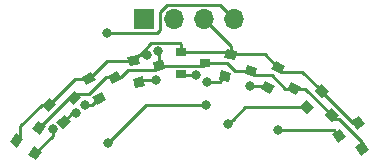
<source format=gbr>
G04 #@! TF.GenerationSoftware,KiCad,Pcbnew,(5.1.5)-3*
G04 #@! TF.CreationDate,2021-01-31T16:22:46-06:00*
G04 #@! TF.ProjectId,HallSensorSMD_9_Pos,48616c6c-5365-46e7-936f-72534d445f39,rev?*
G04 #@! TF.SameCoordinates,Original*
G04 #@! TF.FileFunction,Copper,L1,Top*
G04 #@! TF.FilePolarity,Positive*
%FSLAX46Y46*%
G04 Gerber Fmt 4.6, Leading zero omitted, Abs format (unit mm)*
G04 Created by KiCad (PCBNEW (5.1.5)-3) date 2021-01-31 16:22:46*
%MOMM*%
%LPD*%
G04 APERTURE LIST*
%ADD10C,0.100000*%
%ADD11R,1.700000X1.700000*%
%ADD12O,1.700000X1.700000*%
%ADD13R,0.900000X0.800000*%
%ADD14C,0.800000*%
%ADD15C,0.250000*%
G04 APERTURE END LIST*
G04 #@! TA.AperFunction,SMDPad,CuDef*
D10*
G36*
X143712806Y-59079964D02*
G01*
X144368127Y-58621103D01*
X144884346Y-59358340D01*
X144229025Y-59817201D01*
X143712806Y-59079964D01*
G37*
G04 #@! TD.AperFunction*
G04 #@! TA.AperFunction,SMDPad,CuDef*
G36*
X141787459Y-57986558D02*
G01*
X142442780Y-57527697D01*
X142958999Y-58264934D01*
X142303678Y-58723795D01*
X141787459Y-57986558D01*
G37*
G04 #@! TD.AperFunction*
G04 #@! TA.AperFunction,SMDPad,CuDef*
G36*
X143343848Y-56896762D02*
G01*
X143999169Y-56437901D01*
X144515388Y-57175138D01*
X143860067Y-57633999D01*
X143343848Y-56896762D01*
G37*
G04 #@! TD.AperFunction*
G04 #@! TA.AperFunction,SMDPad,CuDef*
G36*
X141111078Y-56365280D02*
G01*
X141646382Y-55770764D01*
X142315212Y-56372982D01*
X141779908Y-56967498D01*
X141111078Y-56365280D01*
G37*
G04 #@! TD.AperFunction*
G04 #@! TA.AperFunction,SMDPad,CuDef*
G36*
X138989114Y-55733006D02*
G01*
X139524418Y-55138490D01*
X140193248Y-55740708D01*
X139657944Y-56335224D01*
X138989114Y-55733006D01*
G37*
G04 #@! TD.AperFunction*
G04 #@! TA.AperFunction,SMDPad,CuDef*
G36*
X140260462Y-54321031D02*
G01*
X140795766Y-53726515D01*
X141464596Y-54328733D01*
X140929292Y-54923249D01*
X140260462Y-54321031D01*
G37*
G04 #@! TD.AperFunction*
D11*
X125818900Y-48250000D03*
D12*
X128358900Y-48250000D03*
X130898900Y-48250000D03*
X133438900Y-48250000D03*
G04 #@! TA.AperFunction,SMDPad,CuDef*
D10*
G36*
X115113280Y-59139903D02*
G01*
X114457959Y-58681042D01*
X114974178Y-57943805D01*
X115629499Y-58402666D01*
X115113280Y-59139903D01*
G37*
G04 #@! TD.AperFunction*
G04 #@! TA.AperFunction,SMDPad,CuDef*
G36*
X116669669Y-60229699D02*
G01*
X116014348Y-59770838D01*
X116530567Y-59033601D01*
X117185888Y-59492462D01*
X116669669Y-60229699D01*
G37*
G04 #@! TD.AperFunction*
G04 #@! TA.AperFunction,SMDPad,CuDef*
G36*
X117038627Y-58046497D02*
G01*
X116383306Y-57587636D01*
X116899525Y-56850399D01*
X117554846Y-57309260D01*
X117038627Y-58046497D01*
G37*
G04 #@! TD.AperFunction*
G04 #@! TA.AperFunction,SMDPad,CuDef*
G36*
X119837514Y-55531051D02*
G01*
X119312667Y-54927284D01*
X119991906Y-54336831D01*
X120516753Y-54940598D01*
X119837514Y-55531051D01*
G37*
G04 #@! TD.AperFunction*
G04 #@! TA.AperFunction,SMDPad,CuDef*
G36*
X118951350Y-57560143D02*
G01*
X118426503Y-56956376D01*
X119105742Y-56365923D01*
X119630589Y-56969690D01*
X118951350Y-57560143D01*
G37*
G04 #@! TD.AperFunction*
G04 #@! TA.AperFunction,SMDPad,CuDef*
G36*
X117704838Y-56126195D02*
G01*
X117179991Y-55522428D01*
X117859230Y-54931975D01*
X118384077Y-55535742D01*
X117704838Y-56126195D01*
G37*
G04 #@! TD.AperFunction*
G04 #@! TA.AperFunction,SMDPad,CuDef*
G36*
X120951516Y-53855112D02*
G01*
X120575939Y-53148754D01*
X121370592Y-52726230D01*
X121746169Y-53432588D01*
X120951516Y-53855112D01*
G37*
G04 #@! TD.AperFunction*
G04 #@! TA.AperFunction,SMDPad,CuDef*
G36*
X121843512Y-55532713D02*
G01*
X121467935Y-54826355D01*
X122262588Y-54403831D01*
X122638165Y-55110189D01*
X121843512Y-55532713D01*
G37*
G04 #@! TD.AperFunction*
G04 #@! TA.AperFunction,SMDPad,CuDef*
G36*
X123163410Y-53754969D02*
G01*
X122787833Y-53048611D01*
X123582486Y-52626087D01*
X123958063Y-53332445D01*
X123163410Y-53754969D01*
G37*
G04 #@! TD.AperFunction*
G04 #@! TA.AperFunction,SMDPad,CuDef*
G36*
X124610014Y-52267124D02*
G01*
X124416476Y-51490888D01*
X125289742Y-51273158D01*
X125483280Y-52049394D01*
X124610014Y-52267124D01*
G37*
G04 #@! TD.AperFunction*
G04 #@! TA.AperFunction,SMDPad,CuDef*
G36*
X125069666Y-54110686D02*
G01*
X124876128Y-53334450D01*
X125749394Y-53116720D01*
X125942932Y-53892956D01*
X125069666Y-54110686D01*
G37*
G04 #@! TD.AperFunction*
G04 #@! TA.AperFunction,SMDPad,CuDef*
G36*
X126780432Y-52705061D02*
G01*
X126586894Y-51928825D01*
X127460160Y-51711095D01*
X127653698Y-52487331D01*
X126780432Y-52705061D01*
G37*
G04 #@! TD.AperFunction*
D13*
X131010000Y-51990000D03*
X129010000Y-52940000D03*
X129010000Y-51040000D03*
G04 #@! TA.AperFunction,SMDPad,CuDef*
D10*
G36*
X134346894Y-52941175D02*
G01*
X134540432Y-52164939D01*
X135413698Y-52382669D01*
X135220160Y-53158905D01*
X134346894Y-52941175D01*
G37*
G04 #@! TD.AperFunction*
G04 #@! TA.AperFunction,SMDPad,CuDef*
G36*
X132176476Y-53379112D02*
G01*
X132370014Y-52602876D01*
X133243280Y-52820606D01*
X133049742Y-53596842D01*
X132176476Y-53379112D01*
G37*
G04 #@! TD.AperFunction*
G04 #@! TA.AperFunction,SMDPad,CuDef*
G36*
X132636128Y-51535550D02*
G01*
X132829666Y-50759314D01*
X133702932Y-50977044D01*
X133509394Y-51753280D01*
X132636128Y-51535550D01*
G37*
G04 #@! TD.AperFunction*
G04 #@! TA.AperFunction,SMDPad,CuDef*
G36*
X136607935Y-52523645D02*
G01*
X136983512Y-51817287D01*
X137778165Y-52239811D01*
X137402588Y-52946169D01*
X136607935Y-52523645D01*
G37*
G04 #@! TD.AperFunction*
G04 #@! TA.AperFunction,SMDPad,CuDef*
G36*
X135715939Y-54201246D02*
G01*
X136091516Y-53494888D01*
X136886169Y-53917412D01*
X136510592Y-54623770D01*
X135715939Y-54201246D01*
G37*
G04 #@! TD.AperFunction*
G04 #@! TA.AperFunction,SMDPad,CuDef*
G36*
X137927833Y-54301389D02*
G01*
X138303410Y-53595031D01*
X139098063Y-54017555D01*
X138722486Y-54723913D01*
X137927833Y-54301389D01*
G37*
G04 #@! TD.AperFunction*
D14*
X127063711Y-50980261D03*
X118100034Y-57596517D03*
X120075000Y-56225000D03*
X120850000Y-55550000D03*
X126125000Y-51325000D03*
X126825000Y-53425000D03*
X130250000Y-53000000D03*
X131144773Y-53574739D03*
X134825000Y-53925000D03*
X132950545Y-57175012D03*
X122675000Y-49425000D03*
X137175000Y-57650000D03*
X122788711Y-58784346D03*
X131125000Y-55575000D03*
D15*
X119483583Y-54933941D02*
X119914710Y-54933941D01*
X116969076Y-57448448D02*
X119483583Y-54933941D01*
X122863292Y-53190528D02*
X123372948Y-53190528D01*
X122644128Y-53190528D02*
X122863292Y-53190528D01*
X121219690Y-54614966D02*
X122644128Y-53190528D01*
X120233685Y-54614966D02*
X121219690Y-54614966D01*
X119914710Y-54933941D02*
X120233685Y-54614966D01*
X126736240Y-52592134D02*
X126749076Y-52579298D01*
X126749076Y-52579298D02*
X127120296Y-52208078D01*
X124480998Y-52592134D02*
X126736240Y-52592134D01*
X123882604Y-53190528D02*
X124480998Y-52592134D01*
X123372948Y-53190528D02*
X123882604Y-53190528D01*
X130791922Y-52208078D02*
X131010000Y-51990000D01*
X127120296Y-52208078D02*
X130791922Y-52208078D01*
X134416520Y-52661922D02*
X134880296Y-52661922D01*
X132872310Y-51990000D02*
X133544232Y-52661922D01*
X133544232Y-52661922D02*
X134416520Y-52661922D01*
X131010000Y-51990000D02*
X132872310Y-51990000D01*
X138003292Y-54159472D02*
X138512948Y-54159472D01*
X137784128Y-54159472D02*
X138003292Y-54159472D01*
X136657798Y-53033142D02*
X137784128Y-54159472D01*
X135251516Y-53033142D02*
X136657798Y-53033142D01*
X134880296Y-52661922D02*
X135251516Y-53033142D01*
X139503486Y-54159472D02*
X141713145Y-56369131D01*
X138512948Y-54159472D02*
X139503486Y-54159472D01*
X142031779Y-56687765D02*
X142316537Y-56687765D01*
X144298576Y-58669804D02*
X144298576Y-59219152D01*
X142316537Y-56687765D02*
X144298576Y-58669804D01*
X141713145Y-56369131D02*
X142031779Y-56687765D01*
X127120296Y-51036846D02*
X127063711Y-50980261D01*
X127120296Y-52208078D02*
X127120296Y-51036846D01*
X116600118Y-59631650D02*
X118100034Y-58131734D01*
X118100034Y-58131734D02*
X118100034Y-57596517D01*
X119766579Y-56225000D02*
X119028546Y-56963033D01*
X120075000Y-56225000D02*
X119766579Y-56225000D01*
X121471322Y-55550000D02*
X122053050Y-54968272D01*
X120850000Y-55550000D02*
X121471322Y-55550000D01*
X115366835Y-57348028D02*
X117185778Y-55529085D01*
X117185778Y-55529085D02*
X117782034Y-55529085D01*
X115043729Y-58541854D02*
X115366835Y-58218748D01*
X115366835Y-58218748D02*
X115366835Y-57348028D01*
X120020448Y-53290671D02*
X121161054Y-53290671D01*
X117782034Y-55529085D02*
X120020448Y-53290671D01*
X122681584Y-51770141D02*
X124949878Y-51770141D01*
X121161054Y-53290671D02*
X122681584Y-51770141D01*
X132953233Y-51040000D02*
X133169530Y-51256297D01*
X129010000Y-51040000D02*
X132953233Y-51040000D01*
X136067619Y-51256297D02*
X137193050Y-52381728D01*
X133169530Y-51256297D02*
X136067619Y-51256297D01*
X140543895Y-54006248D02*
X140862529Y-54324882D01*
X139252112Y-52714465D02*
X140543895Y-54006248D01*
X137525787Y-52714465D02*
X139252112Y-52714465D01*
X137193050Y-52381728D02*
X137525787Y-52714465D01*
X143573597Y-57035950D02*
X143929618Y-57035950D01*
X140862529Y-54324882D02*
X143573597Y-57035950D01*
X133169530Y-50520630D02*
X133169530Y-51256297D01*
X130898900Y-48250000D02*
X133169530Y-50520630D01*
X129010000Y-50390000D02*
X129010000Y-51040000D01*
X128875260Y-50255260D02*
X129010000Y-50390000D01*
X126464759Y-50255260D02*
X128875260Y-50255260D01*
X124949878Y-51770141D02*
X126464759Y-50255260D01*
X125395019Y-51325000D02*
X124949878Y-51770141D01*
X126125000Y-51325000D02*
X125395019Y-51325000D01*
X125598233Y-53425000D02*
X125409530Y-53613703D01*
X126825000Y-53425000D02*
X125598233Y-53425000D01*
X129070000Y-53000000D02*
X129010000Y-52940000D01*
X130250000Y-53000000D02*
X129070000Y-53000000D01*
X132709878Y-53099859D02*
X132234998Y-53574739D01*
X132234998Y-53574739D02*
X131144773Y-53574739D01*
X136166725Y-53925000D02*
X136301054Y-54059329D01*
X134825000Y-53925000D02*
X136166725Y-53925000D01*
X139591181Y-55736857D02*
X134388700Y-55736857D01*
X133350544Y-56775013D02*
X132950545Y-57175012D01*
X134388700Y-55736857D02*
X133350544Y-56775013D01*
X132588901Y-47400001D02*
X133438900Y-48250000D01*
X132263899Y-47074999D02*
X132588901Y-47400001D01*
X127794899Y-47074999D02*
X132263899Y-47074999D01*
X127183899Y-47685999D02*
X127794899Y-47074999D01*
X127183899Y-49170003D02*
X127183899Y-47685999D01*
X126928902Y-49425000D02*
X127183899Y-49170003D01*
X122675000Y-49425000D02*
X126928902Y-49425000D01*
X141897483Y-57650000D02*
X142373229Y-58125746D01*
X137175000Y-57650000D02*
X141897483Y-57650000D01*
X125998057Y-55575000D02*
X131125000Y-55575000D01*
X122788711Y-58784346D02*
X125998057Y-55575000D01*
M02*

</source>
